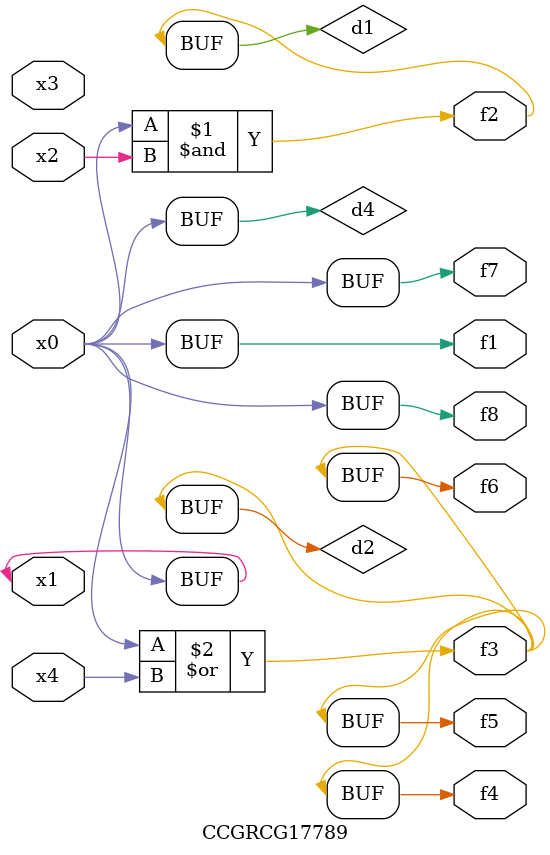
<source format=v>
module CCGRCG17789(
	input x0, x1, x2, x3, x4,
	output f1, f2, f3, f4, f5, f6, f7, f8
);

	wire d1, d2, d3, d4;

	and (d1, x0, x2);
	or (d2, x0, x4);
	nand (d3, x0, x2);
	buf (d4, x0, x1);
	assign f1 = d4;
	assign f2 = d1;
	assign f3 = d2;
	assign f4 = d2;
	assign f5 = d2;
	assign f6 = d2;
	assign f7 = d4;
	assign f8 = d4;
endmodule

</source>
